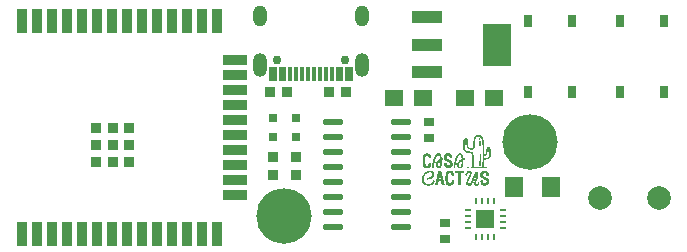
<source format=gts>
G04 #@! TF.GenerationSoftware,KiCad,Pcbnew,8.0.7-8.0.7-0~ubuntu22.04.1*
G04 #@! TF.CreationDate,2024-12-31T16:15:11+01:00*
G04 #@! TF.ProjectId,kicad_makespace_tutorial,6b696361-645f-46d6-916b-657370616365,rev?*
G04 #@! TF.SameCoordinates,Original*
G04 #@! TF.FileFunction,Soldermask,Top*
G04 #@! TF.FilePolarity,Negative*
%FSLAX46Y46*%
G04 Gerber Fmt 4.6, Leading zero omitted, Abs format (unit mm)*
G04 Created by KiCad (PCBNEW 8.0.7-8.0.7-0~ubuntu22.04.1) date 2024-12-31 16:15:11*
%MOMM*%
%LPD*%
G01*
G04 APERTURE LIST*
%ADD10C,0.000000*%
%ADD11C,2.000000*%
%ADD12R,0.860000X0.810000*%
%ADD13C,4.700000*%
%ADD14R,0.750000X1.000000*%
%ADD15R,0.950000X2.100000*%
%ADD16R,2.100000X0.950000*%
%ADD17R,0.900000X0.900000*%
%ADD18R,0.900000X0.800000*%
%ADD19R,1.490000X1.730000*%
%ADD20R,0.810000X0.860000*%
%ADD21R,0.800000X0.800000*%
%ADD22R,1.500000X1.360000*%
%ADD23R,2.500000X1.100000*%
%ADD24R,2.340000X3.600000*%
%ADD25C,0.750000*%
%ADD26O,1.200000X2.000000*%
%ADD27O,1.200000X1.800000*%
%ADD28R,0.300000X1.300000*%
%ADD29O,1.750000X0.560000*%
%ADD30R,0.600000X0.250000*%
%ADD31R,0.250000X0.600000*%
%ADD32R,1.500000X1.500000*%
G04 APERTURE END LIST*
D10*
G04 #@! TO.C,G\u002A\u002A\u002A*
G36*
X45582384Y-14324971D02*
G01*
X45603902Y-14325525D01*
X45618439Y-14326998D01*
X45628433Y-14329837D01*
X45636319Y-14334491D01*
X45644536Y-14341410D01*
X45645400Y-14342182D01*
X45657852Y-14355224D01*
X45663466Y-14368386D01*
X45664759Y-14387126D01*
X45663417Y-14406108D01*
X45657713Y-14419222D01*
X45645400Y-14432069D01*
X45637030Y-14439221D01*
X45629215Y-14444066D01*
X45619520Y-14447055D01*
X45605506Y-14448635D01*
X45584738Y-14449256D01*
X45554777Y-14449366D01*
X45551447Y-14449366D01*
X45476852Y-14449366D01*
X45456698Y-14429212D01*
X45443008Y-14412816D01*
X45437229Y-14397160D01*
X45436544Y-14387126D01*
X45439031Y-14369741D01*
X45448106Y-14354376D01*
X45456698Y-14345039D01*
X45476852Y-14324885D01*
X45551447Y-14324885D01*
X45582384Y-14324971D01*
G37*
G36*
X46546198Y-11894416D02*
G01*
X46563945Y-11903669D01*
X46577243Y-11920476D01*
X46586783Y-11945969D01*
X46593262Y-11981282D01*
X46596199Y-12010530D01*
X46597558Y-12040767D01*
X46595430Y-12062186D01*
X46588874Y-12077546D01*
X46576945Y-12089609D01*
X46566866Y-12096382D01*
X46551857Y-12104232D01*
X46538497Y-12106615D01*
X46520715Y-12104455D01*
X46517596Y-12103856D01*
X46498469Y-12094540D01*
X46484394Y-12074935D01*
X46475207Y-12044781D01*
X46473282Y-12032927D01*
X46468352Y-11996620D01*
X46465005Y-11970108D01*
X46463328Y-11951427D01*
X46463408Y-11938611D01*
X46465330Y-11929695D01*
X46469180Y-11922715D01*
X46475044Y-11915705D01*
X46478590Y-11911764D01*
X46492239Y-11898649D01*
X46505635Y-11892835D01*
X46523305Y-11891583D01*
X46546198Y-11894416D01*
G37*
G36*
X46557475Y-12156270D02*
G01*
X46579697Y-12161240D01*
X46586004Y-12163994D01*
X46596042Y-12169973D01*
X46604155Y-12177303D01*
X46610581Y-12187267D01*
X46615561Y-12201147D01*
X46619333Y-12220224D01*
X46622136Y-12245780D01*
X46624210Y-12279096D01*
X46625793Y-12321456D01*
X46627126Y-12374139D01*
X46627376Y-12385680D01*
X46628390Y-12439266D01*
X46628837Y-12482266D01*
X46628609Y-12515942D01*
X46627602Y-12541553D01*
X46625709Y-12560362D01*
X46622825Y-12573628D01*
X46618843Y-12582612D01*
X46613657Y-12588576D01*
X46610106Y-12591117D01*
X46591065Y-12598220D01*
X46567518Y-12601023D01*
X46547497Y-12598996D01*
X46530421Y-12591417D01*
X46517859Y-12581633D01*
X46514435Y-12577050D01*
X46511706Y-12570778D01*
X46509549Y-12561404D01*
X46507842Y-12547515D01*
X46506462Y-12527700D01*
X46505286Y-12500547D01*
X46504193Y-12464643D01*
X46503061Y-12418576D01*
X46502822Y-12408159D01*
X46501683Y-12364425D01*
X46500351Y-12323528D01*
X46498905Y-12287288D01*
X46497425Y-12257521D01*
X46495992Y-12236045D01*
X46494734Y-12224915D01*
X46493951Y-12201315D01*
X46499932Y-12179695D01*
X46511351Y-12164070D01*
X46515801Y-12161065D01*
X46534241Y-12156131D01*
X46557475Y-12156270D01*
G37*
G36*
X46598409Y-13290309D02*
G01*
X46620063Y-13296713D01*
X46637866Y-13307502D01*
X46645417Y-13316496D01*
X46647089Y-13325472D01*
X46648538Y-13344660D01*
X46649751Y-13372416D01*
X46650717Y-13407099D01*
X46651422Y-13447066D01*
X46651853Y-13490675D01*
X46651999Y-13536283D01*
X46651846Y-13582249D01*
X46651381Y-13626930D01*
X46650593Y-13668684D01*
X46649467Y-13705868D01*
X46648581Y-13726192D01*
X46646943Y-13757113D01*
X46644845Y-13794436D01*
X46642405Y-13836244D01*
X46639743Y-13880624D01*
X46636979Y-13925659D01*
X46634233Y-13969433D01*
X46631623Y-14010030D01*
X46629269Y-14045537D01*
X46627292Y-14074035D01*
X46625810Y-14093611D01*
X46625274Y-14099635D01*
X46623434Y-14118947D01*
X46621098Y-14144745D01*
X46618746Y-14171700D01*
X46618573Y-14173730D01*
X46614255Y-14208096D01*
X46607472Y-14232699D01*
X46597308Y-14249529D01*
X46582846Y-14260578D01*
X46577414Y-14263112D01*
X46550646Y-14270577D01*
X46527461Y-14268238D01*
X46515415Y-14262935D01*
X46506342Y-14256997D01*
X46499657Y-14249570D01*
X46495185Y-14239091D01*
X46492754Y-14223999D01*
X46492191Y-14202732D01*
X46493323Y-14173728D01*
X46495977Y-14135427D01*
X46498209Y-14107568D01*
X46509769Y-13952916D01*
X46518245Y-13806751D01*
X46523772Y-13666149D01*
X46526487Y-13528189D01*
X46526728Y-13496544D01*
X46527090Y-13454314D01*
X46527676Y-13415642D01*
X46528440Y-13382219D01*
X46529337Y-13355736D01*
X46530319Y-13337883D01*
X46531247Y-13330570D01*
X46543599Y-13310630D01*
X46562700Y-13295577D01*
X46577607Y-13290120D01*
X46598409Y-13290309D01*
G37*
G36*
X44738703Y-14693519D02*
G01*
X44818989Y-14693723D01*
X44850366Y-14693839D01*
X45237968Y-14695364D01*
X45239587Y-14793170D01*
X45241206Y-14890976D01*
X45121034Y-14890344D01*
X45083691Y-14890383D01*
X45049751Y-14890862D01*
X45021241Y-14891717D01*
X45000190Y-14892884D01*
X44988623Y-14894298D01*
X44987755Y-14894555D01*
X44976084Y-14904428D01*
X44969443Y-14918899D01*
X44968659Y-14927812D01*
X44967981Y-14947689D01*
X44967415Y-14977640D01*
X44966964Y-15016772D01*
X44966633Y-15064196D01*
X44966425Y-15119020D01*
X44966345Y-15180354D01*
X44966397Y-15247306D01*
X44966585Y-15318985D01*
X44966913Y-15394502D01*
X44967082Y-15425038D01*
X44967585Y-15512304D01*
X44967998Y-15588473D01*
X44968308Y-15654304D01*
X44968502Y-15710554D01*
X44968568Y-15757984D01*
X44968491Y-15797350D01*
X44968260Y-15829411D01*
X44967861Y-15854926D01*
X44967282Y-15874653D01*
X44966509Y-15889350D01*
X44965529Y-15899776D01*
X44964330Y-15906689D01*
X44962898Y-15910847D01*
X44961220Y-15913010D01*
X44959284Y-15913935D01*
X44958718Y-15914070D01*
X44949377Y-15914751D01*
X44930306Y-15915178D01*
X44903626Y-15915336D01*
X44871461Y-15915213D01*
X44839333Y-15914845D01*
X44800932Y-15913965D01*
X44769588Y-15912624D01*
X44746604Y-15910910D01*
X44733285Y-15908913D01*
X44730412Y-15907435D01*
X44728303Y-15896175D01*
X44728189Y-15895714D01*
X44727953Y-15889005D01*
X44727710Y-15871330D01*
X44727465Y-15843578D01*
X44727223Y-15806637D01*
X44726986Y-15761397D01*
X44726759Y-15708746D01*
X44726547Y-15649574D01*
X44726352Y-15584769D01*
X44726179Y-15515221D01*
X44726032Y-15441818D01*
X44725967Y-15401888D01*
X44725805Y-15312613D01*
X44725602Y-15234470D01*
X44725342Y-15166734D01*
X44725014Y-15108680D01*
X44724603Y-15059585D01*
X44724097Y-15018723D01*
X44723482Y-14985372D01*
X44722745Y-14958805D01*
X44721873Y-14938301D01*
X44720852Y-14923133D01*
X44719669Y-14912578D01*
X44718311Y-14905912D01*
X44716819Y-14902483D01*
X44713221Y-14898606D01*
X44707787Y-14895667D01*
X44698916Y-14893504D01*
X44685008Y-14891956D01*
X44664464Y-14890860D01*
X44635682Y-14890056D01*
X44597061Y-14889382D01*
X44585191Y-14889208D01*
X44540759Y-14888265D01*
X44504417Y-14886859D01*
X44477164Y-14885053D01*
X44460000Y-14882907D01*
X44454298Y-14881073D01*
X44450922Y-14872437D01*
X44448432Y-14854653D01*
X44446822Y-14830395D01*
X44446086Y-14802338D01*
X44446218Y-14773156D01*
X44447214Y-14745522D01*
X44449066Y-14722112D01*
X44451768Y-14705598D01*
X44454695Y-14699010D01*
X44460175Y-14697568D01*
X44473201Y-14696356D01*
X44494289Y-14695366D01*
X44523955Y-14694592D01*
X44562714Y-14694027D01*
X44611081Y-14693664D01*
X44669572Y-14693497D01*
X44738703Y-14693519D01*
G37*
G36*
X42114628Y-13202646D02*
G01*
X42152635Y-13205603D01*
X42183621Y-13210728D01*
X42191153Y-13212729D01*
X42250953Y-13236455D01*
X42304207Y-13269334D01*
X42349992Y-13310440D01*
X42387389Y-13358845D01*
X42415474Y-13413623D01*
X42427957Y-13450929D01*
X42432023Y-13470996D01*
X42435906Y-13499079D01*
X42439147Y-13531343D01*
X42441181Y-13561700D01*
X42444869Y-13637277D01*
X42328856Y-13637277D01*
X42212844Y-13637277D01*
X42209089Y-13597266D01*
X42201341Y-13541068D01*
X42189418Y-13495389D01*
X42172931Y-13459517D01*
X42151492Y-13432736D01*
X42124713Y-13414333D01*
X42105663Y-13406937D01*
X42067622Y-13400993D01*
X42032388Y-13406120D01*
X42001113Y-13421651D01*
X41974946Y-13446918D01*
X41955040Y-13481254D01*
X41948948Y-13497823D01*
X41943403Y-13517844D01*
X41938854Y-13540250D01*
X41935214Y-13566330D01*
X41932402Y-13597369D01*
X41930331Y-13634654D01*
X41928918Y-13679471D01*
X41928079Y-13733109D01*
X41927729Y-13796853D01*
X41927707Y-13822123D01*
X41927894Y-13887740D01*
X41928514Y-13942883D01*
X41929669Y-13988925D01*
X41931458Y-14027244D01*
X41933985Y-14059213D01*
X41937349Y-14086209D01*
X41941652Y-14109607D01*
X41946996Y-14130783D01*
X41951489Y-14145259D01*
X41965327Y-14180461D01*
X41980918Y-14206187D01*
X41999983Y-14224818D01*
X42016335Y-14234921D01*
X42034927Y-14243054D01*
X42052741Y-14246508D01*
X42075526Y-14246288D01*
X42079738Y-14245999D01*
X42105071Y-14242339D01*
X42127320Y-14235966D01*
X42136030Y-14231909D01*
X42161138Y-14210406D01*
X42180778Y-14178480D01*
X42194896Y-14136257D01*
X42203436Y-14083859D01*
X42204121Y-14076456D01*
X42206587Y-14052264D01*
X42210393Y-14034878D01*
X42217315Y-14023180D01*
X42229130Y-14016049D01*
X42247615Y-14012367D01*
X42274545Y-14011013D01*
X42308224Y-14010861D01*
X42354737Y-14011692D01*
X42390306Y-14014076D01*
X42415756Y-14018130D01*
X42431914Y-14023974D01*
X42438396Y-14029556D01*
X42440786Y-14039608D01*
X42441626Y-14058648D01*
X42441091Y-14083938D01*
X42439355Y-14112737D01*
X42436593Y-14142304D01*
X42432979Y-14169899D01*
X42428687Y-14192783D01*
X42427778Y-14196494D01*
X42406997Y-14254711D01*
X42376857Y-14306374D01*
X42338202Y-14350968D01*
X42291875Y-14387980D01*
X42238718Y-14416894D01*
X42179576Y-14437196D01*
X42115291Y-14448371D01*
X42046706Y-14449904D01*
X42016479Y-14447513D01*
X41951452Y-14434965D01*
X41892215Y-14412484D01*
X41839507Y-14380714D01*
X41794067Y-14340302D01*
X41756633Y-14291892D01*
X41727943Y-14236130D01*
X41710084Y-14179658D01*
X41707705Y-14167773D01*
X41705710Y-14153546D01*
X41704058Y-14135835D01*
X41702708Y-14113502D01*
X41701619Y-14085405D01*
X41700749Y-14050406D01*
X41700059Y-14007364D01*
X41699507Y-13955139D01*
X41699053Y-13892591D01*
X41698911Y-13868456D01*
X41698589Y-13788701D01*
X41698608Y-13719800D01*
X41699017Y-13660756D01*
X41699864Y-13610572D01*
X41701197Y-13568251D01*
X41703063Y-13532795D01*
X41705510Y-13503207D01*
X41708586Y-13478490D01*
X41712340Y-13457646D01*
X41716818Y-13439678D01*
X41719986Y-13429525D01*
X41744379Y-13375206D01*
X41778633Y-13326452D01*
X41821697Y-13284202D01*
X41872517Y-13249395D01*
X41930040Y-13222970D01*
X41963367Y-13212556D01*
X41993969Y-13206812D01*
X42031746Y-13203248D01*
X42073149Y-13201860D01*
X42114628Y-13202646D01*
G37*
G36*
X44088080Y-14673654D02*
G01*
X44152962Y-14687767D01*
X44211073Y-14710990D01*
X44261969Y-14743077D01*
X44305204Y-14783783D01*
X44340336Y-14832863D01*
X44351292Y-14853301D01*
X44370855Y-14899068D01*
X44383834Y-14945027D01*
X44391012Y-14994854D01*
X44393174Y-15049541D01*
X44393277Y-15113263D01*
X44277502Y-15113263D01*
X44235109Y-15113069D01*
X44203396Y-15112438D01*
X44181195Y-15111297D01*
X44167335Y-15109571D01*
X44160648Y-15107188D01*
X44159659Y-15105854D01*
X44157984Y-15096874D01*
X44155309Y-15079352D01*
X44152115Y-15056511D01*
X44150924Y-15047546D01*
X44142387Y-14997080D01*
X44130919Y-14957078D01*
X44115685Y-14926339D01*
X44095850Y-14903658D01*
X44070579Y-14887833D01*
X44039036Y-14877660D01*
X44032028Y-14876221D01*
X43994898Y-14874730D01*
X43960791Y-14884007D01*
X43931481Y-14903032D01*
X43908739Y-14930784D01*
X43898241Y-14953239D01*
X43891661Y-14972503D01*
X43886207Y-14990795D01*
X43881772Y-15009444D01*
X43878253Y-15029778D01*
X43875544Y-15053124D01*
X43873542Y-15080809D01*
X43872142Y-15114163D01*
X43871239Y-15154511D01*
X43870728Y-15203183D01*
X43870506Y-15261506D01*
X43870466Y-15305912D01*
X43870555Y-15373799D01*
X43870930Y-15431067D01*
X43871708Y-15478952D01*
X43873006Y-15518690D01*
X43874941Y-15551516D01*
X43877629Y-15578667D01*
X43881187Y-15601377D01*
X43885732Y-15620882D01*
X43891381Y-15638418D01*
X43898250Y-15655220D01*
X43904790Y-15669143D01*
X43925833Y-15699736D01*
X43954128Y-15721377D01*
X43988689Y-15733640D01*
X44028527Y-15736097D01*
X44052516Y-15733080D01*
X44077009Y-15723175D01*
X44100551Y-15704303D01*
X44120315Y-15679199D01*
X44131433Y-15656665D01*
X44136684Y-15641563D01*
X44140818Y-15626814D01*
X44144380Y-15609640D01*
X44147913Y-15587265D01*
X44151963Y-15556913D01*
X44153712Y-15543018D01*
X44157013Y-15524312D01*
X44161251Y-15510065D01*
X44163443Y-15505971D01*
X44169712Y-15502982D01*
X44183673Y-15500827D01*
X44206444Y-15499427D01*
X44239141Y-15498705D01*
X44269291Y-15498561D01*
X44305996Y-15498638D01*
X44332725Y-15499015D01*
X44351361Y-15499910D01*
X44363782Y-15501541D01*
X44371870Y-15504126D01*
X44377505Y-15507883D01*
X44381191Y-15511534D01*
X44388768Y-15523211D01*
X44392697Y-15539826D01*
X44393878Y-15560437D01*
X44391820Y-15625265D01*
X44382864Y-15681878D01*
X44366321Y-15732158D01*
X44341503Y-15777987D01*
X44307721Y-15821248D01*
X44292744Y-15837049D01*
X44246415Y-15877151D01*
X44196594Y-15906797D01*
X44140889Y-15927278D01*
X44113445Y-15933811D01*
X44072807Y-15939591D01*
X44026394Y-15942171D01*
X43978987Y-15941550D01*
X43935365Y-15937723D01*
X43913137Y-15933917D01*
X43854145Y-15915571D01*
X43799549Y-15887388D01*
X43750927Y-15850570D01*
X43709862Y-15806316D01*
X43677933Y-15755826D01*
X43677524Y-15755012D01*
X43665531Y-15728961D01*
X43656155Y-15703044D01*
X43648921Y-15674932D01*
X43643354Y-15642298D01*
X43638977Y-15602813D01*
X43635313Y-15554148D01*
X43634800Y-15545982D01*
X43633385Y-15514173D01*
X43632387Y-15473005D01*
X43631785Y-15424494D01*
X43631561Y-15370653D01*
X43631695Y-15313498D01*
X43632168Y-15255041D01*
X43632961Y-15197297D01*
X43634055Y-15142280D01*
X43635429Y-15092005D01*
X43637066Y-15048485D01*
X43638945Y-15013736D01*
X43640035Y-14999541D01*
X43650322Y-14931866D01*
X43668599Y-14872679D01*
X43695263Y-14821364D01*
X43730710Y-14777304D01*
X43775337Y-14739883D01*
X43826421Y-14710008D01*
X43875623Y-14689409D01*
X43925836Y-14676295D01*
X43980737Y-14669870D01*
X44016871Y-14668895D01*
X44088080Y-14673654D01*
G37*
G36*
X42407737Y-14672888D02*
G01*
X42465112Y-14688136D01*
X42515190Y-14711106D01*
X42559226Y-14742325D01*
X42584950Y-14767019D01*
X42622158Y-14814982D01*
X42648993Y-14867388D01*
X42665502Y-14923035D01*
X42671734Y-14980717D01*
X42667739Y-15039233D01*
X42653566Y-15097376D01*
X42629264Y-15153944D01*
X42594881Y-15207732D01*
X42565604Y-15242280D01*
X42512329Y-15290138D01*
X42449729Y-15330771D01*
X42377914Y-15364136D01*
X42296992Y-15390191D01*
X42207071Y-15408891D01*
X42121503Y-15419153D01*
X42075564Y-15423000D01*
X42075564Y-15364107D01*
X42075964Y-15334942D01*
X42078186Y-15313006D01*
X42083759Y-15296868D01*
X42094214Y-15285096D01*
X42111080Y-15276258D01*
X42135889Y-15268923D01*
X42170170Y-15261660D01*
X42188924Y-15258066D01*
X42253922Y-15242769D01*
X42310099Y-15222624D01*
X42359957Y-15196300D01*
X42405996Y-15162463D01*
X42450718Y-15119780D01*
X42452972Y-15117381D01*
X42483218Y-15078651D01*
X42501713Y-15039448D01*
X42508561Y-14999297D01*
X42503867Y-14957726D01*
X42494395Y-14929035D01*
X42472574Y-14887564D01*
X42444880Y-14855664D01*
X42410768Y-14833059D01*
X42369691Y-14819476D01*
X42321102Y-14814639D01*
X42272498Y-14817308D01*
X42241581Y-14821666D01*
X42208380Y-14827748D01*
X42179617Y-14834310D01*
X42177279Y-14834935D01*
X42108947Y-14859575D01*
X42044554Y-14894831D01*
X41984920Y-14939879D01*
X41930862Y-14993898D01*
X41883201Y-15056065D01*
X41842755Y-15125558D01*
X41810344Y-15201554D01*
X41809406Y-15204206D01*
X41801082Y-15228394D01*
X41795287Y-15247633D01*
X41791563Y-15265082D01*
X41789454Y-15283899D01*
X41788503Y-15307241D01*
X41788251Y-15338266D01*
X41788243Y-15350370D01*
X41788365Y-15384505D01*
X41789039Y-15409951D01*
X41790726Y-15429874D01*
X41793886Y-15447440D01*
X41798981Y-15465816D01*
X41806472Y-15488167D01*
X41809618Y-15497153D01*
X41839335Y-15567925D01*
X41875500Y-15629920D01*
X41917694Y-15682668D01*
X41965500Y-15725701D01*
X42018498Y-15758547D01*
X42056639Y-15774599D01*
X42122382Y-15791730D01*
X42189559Y-15798479D01*
X42256496Y-15795138D01*
X42321520Y-15782000D01*
X42382957Y-15759357D01*
X42439134Y-15727501D01*
X42472043Y-15701988D01*
X42510383Y-15662973D01*
X42546615Y-15615695D01*
X42578091Y-15563731D01*
X42586331Y-15547516D01*
X42597239Y-15525699D01*
X42606587Y-15508237D01*
X42612974Y-15497696D01*
X42614583Y-15495843D01*
X42621798Y-15496331D01*
X42637739Y-15499858D01*
X42659855Y-15505803D01*
X42679305Y-15511581D01*
X42708202Y-15520785D01*
X42727004Y-15528746D01*
X42736927Y-15537782D01*
X42739183Y-15550212D01*
X42734986Y-15568352D01*
X42725552Y-15594522D01*
X42724377Y-15597641D01*
X42694141Y-15661771D01*
X42653745Y-15722236D01*
X42604627Y-15777834D01*
X42548222Y-15827363D01*
X42485970Y-15869619D01*
X42419305Y-15903402D01*
X42349666Y-15927509D01*
X42322364Y-15933957D01*
X42274981Y-15941191D01*
X42222426Y-15945090D01*
X42169633Y-15945504D01*
X42121534Y-15942286D01*
X42107823Y-15940446D01*
X42028215Y-15922286D01*
X41953265Y-15893540D01*
X41883807Y-15854843D01*
X41820675Y-15806831D01*
X41764704Y-15750139D01*
X41716726Y-15685403D01*
X41677577Y-15613259D01*
X41677141Y-15612299D01*
X41651988Y-15543767D01*
X41635302Y-15469240D01*
X41627186Y-15391127D01*
X41627748Y-15311839D01*
X41637092Y-15233787D01*
X41655325Y-15159380D01*
X41657075Y-15153947D01*
X41688315Y-15076094D01*
X41728960Y-15002703D01*
X41777974Y-14934514D01*
X41834319Y-14872269D01*
X41896959Y-14816708D01*
X41964857Y-14768572D01*
X42036976Y-14728602D01*
X42112278Y-14697538D01*
X42189727Y-14676122D01*
X42268285Y-14665094D01*
X42341814Y-14664835D01*
X42407737Y-14672888D01*
G37*
G36*
X43179831Y-14692442D02*
G01*
X43209475Y-14692697D01*
X43230750Y-14693353D01*
X43245399Y-14694600D01*
X43255168Y-14696629D01*
X43261798Y-14699629D01*
X43267033Y-14703791D01*
X43269844Y-14706538D01*
X43280405Y-14721396D01*
X43289267Y-14740960D01*
X43291002Y-14746549D01*
X43293071Y-14754777D01*
X43297695Y-14773563D01*
X43304642Y-14801944D01*
X43313678Y-14838956D01*
X43324568Y-14883636D01*
X43337078Y-14935020D01*
X43350975Y-14992144D01*
X43366025Y-15054045D01*
X43381994Y-15119759D01*
X43398648Y-15188323D01*
X43415754Y-15258772D01*
X43433077Y-15330142D01*
X43450383Y-15401472D01*
X43467439Y-15471795D01*
X43484010Y-15540150D01*
X43499864Y-15605572D01*
X43514765Y-15667098D01*
X43528481Y-15723763D01*
X43540777Y-15774605D01*
X43551419Y-15818660D01*
X43560174Y-15854963D01*
X43566808Y-15882552D01*
X43571086Y-15900462D01*
X43572408Y-15906087D01*
X43575486Y-15919424D01*
X43460703Y-15919424D01*
X43420748Y-15919338D01*
X43390959Y-15918978D01*
X43369648Y-15918194D01*
X43355127Y-15916835D01*
X43345707Y-15914752D01*
X43339699Y-15911794D01*
X43335856Y-15908304D01*
X43330687Y-15897614D01*
X43324087Y-15875588D01*
X43316162Y-15842647D01*
X43307019Y-15799209D01*
X43302548Y-15776414D01*
X43292765Y-15725652D01*
X43284899Y-15685265D01*
X43278626Y-15653984D01*
X43273621Y-15630544D01*
X43269560Y-15613678D01*
X43266120Y-15602117D01*
X43262974Y-15594596D01*
X43259800Y-15589846D01*
X43256272Y-15586602D01*
X43253433Y-15584557D01*
X43245548Y-15580892D01*
X43232877Y-15578323D01*
X43213620Y-15576693D01*
X43185979Y-15575845D01*
X43151433Y-15575621D01*
X43112436Y-15575876D01*
X43083570Y-15577108D01*
X43063118Y-15580013D01*
X43049359Y-15585286D01*
X43040573Y-15593626D01*
X43035041Y-15605728D01*
X43031043Y-15622289D01*
X43030592Y-15624573D01*
X43027626Y-15639828D01*
X43022860Y-15664431D01*
X43016739Y-15696088D01*
X43009705Y-15732504D01*
X43002203Y-15771386D01*
X43000518Y-15780125D01*
X42991342Y-15826262D01*
X42983659Y-15861562D01*
X42977237Y-15886916D01*
X42971848Y-15903218D01*
X42967261Y-15911358D01*
X42966517Y-15912015D01*
X42958493Y-15914874D01*
X42942536Y-15916986D01*
X42917647Y-15918408D01*
X42882827Y-15919201D01*
X42841420Y-15919424D01*
X42726321Y-15919424D01*
X42730437Y-15903123D01*
X42732495Y-15894734D01*
X42737105Y-15875799D01*
X42744028Y-15847293D01*
X42753029Y-15810194D01*
X42763870Y-15765479D01*
X42776315Y-15714123D01*
X42790127Y-15657103D01*
X42805069Y-15595397D01*
X42820905Y-15529979D01*
X42831378Y-15486706D01*
X42848152Y-15417390D01*
X42858633Y-15374080D01*
X43079259Y-15374080D01*
X43151289Y-15374080D01*
X43223319Y-15374080D01*
X43190593Y-15202094D01*
X43181021Y-15152925D01*
X43172393Y-15110863D01*
X43164922Y-15076834D01*
X43158820Y-15051767D01*
X43154299Y-15036589D01*
X43151686Y-15032166D01*
X43147906Y-15038531D01*
X43142973Y-15053847D01*
X43137705Y-15075375D01*
X43135303Y-15087081D01*
X43130854Y-15110046D01*
X43124699Y-15141691D01*
X43117413Y-15179065D01*
X43109573Y-15219215D01*
X43102180Y-15257009D01*
X43079259Y-15374080D01*
X42858633Y-15374080D01*
X42864555Y-15349610D01*
X42880302Y-15284544D01*
X42895108Y-15223371D01*
X42908687Y-15167269D01*
X42920753Y-15117418D01*
X42931023Y-15074995D01*
X42939209Y-15041180D01*
X42945028Y-15017151D01*
X42946874Y-15009529D01*
X42955168Y-14975264D01*
X42965155Y-14933941D01*
X42975757Y-14890031D01*
X42985893Y-14848003D01*
X42989108Y-14834664D01*
X42997383Y-14800443D01*
X43005129Y-14768646D01*
X43011737Y-14741758D01*
X43016597Y-14722264D01*
X43018558Y-14714629D01*
X43024446Y-14692400D01*
X43140076Y-14692400D01*
X43179831Y-14692442D01*
G37*
G36*
X43931390Y-13200042D02*
G01*
X44002193Y-13217288D01*
X44059416Y-13240021D01*
X44101744Y-13263828D01*
X44136953Y-13292872D01*
X44165554Y-13328127D01*
X44188054Y-13370568D01*
X44204963Y-13421169D01*
X44216789Y-13480903D01*
X44224041Y-13550745D01*
X44224384Y-13555945D01*
X44225948Y-13587905D01*
X44225793Y-13609762D01*
X44223848Y-13623155D01*
X44221231Y-13628559D01*
X44216238Y-13631935D01*
X44206636Y-13634353D01*
X44190778Y-13635953D01*
X44167020Y-13636872D01*
X44133716Y-13637248D01*
X44117345Y-13637277D01*
X44081469Y-13637225D01*
X44055549Y-13636896D01*
X44037684Y-13636036D01*
X44025976Y-13634387D01*
X44018526Y-13631694D01*
X44013433Y-13627701D01*
X44009231Y-13622704D01*
X44001029Y-13605594D01*
X43994227Y-13577060D01*
X43991042Y-13556026D01*
X43981067Y-13505783D01*
X43965296Y-13465718D01*
X43943496Y-13435541D01*
X43915435Y-13414961D01*
X43880879Y-13403686D01*
X43867496Y-13401911D01*
X43827285Y-13402403D01*
X43794273Y-13412111D01*
X43767770Y-13431403D01*
X43747084Y-13460646D01*
X43743514Y-13467872D01*
X43731397Y-13506882D01*
X43730552Y-13546177D01*
X43740804Y-13583899D01*
X43756955Y-13611797D01*
X43770973Y-13625327D01*
X43795684Y-13642757D01*
X43830672Y-13663846D01*
X43875524Y-13688352D01*
X43929824Y-13716033D01*
X43966486Y-13733930D01*
X43999453Y-13750359D01*
X44032969Y-13768030D01*
X44063482Y-13785011D01*
X44087439Y-13799370D01*
X44090967Y-13801648D01*
X44144659Y-13843224D01*
X44188203Y-13890432D01*
X44221332Y-13942643D01*
X44243779Y-13999230D01*
X44255276Y-14059565D01*
X44255559Y-14123018D01*
X44248262Y-14172218D01*
X44237450Y-14208272D01*
X44220339Y-14248160D01*
X44199148Y-14287470D01*
X44176099Y-14321789D01*
X44167879Y-14331951D01*
X44142333Y-14356846D01*
X44109430Y-14381970D01*
X44073276Y-14404543D01*
X44037981Y-14421786D01*
X44031196Y-14424421D01*
X43986404Y-14436980D01*
X43934810Y-14445046D01*
X43880692Y-14448343D01*
X43828328Y-14446596D01*
X43785351Y-14440289D01*
X43722698Y-14421383D01*
X43668387Y-14394085D01*
X43622497Y-14358505D01*
X43585109Y-14314754D01*
X43556303Y-14262942D01*
X43536160Y-14203180D01*
X43524760Y-14135579D01*
X43521990Y-14077614D01*
X43522257Y-14051243D01*
X43523442Y-14034270D01*
X43525985Y-14024249D01*
X43530326Y-14018732D01*
X43532860Y-14017133D01*
X43542427Y-14015105D01*
X43561474Y-14013429D01*
X43587630Y-14012231D01*
X43618523Y-14011643D01*
X43634248Y-14011614D01*
X43672707Y-14011903D01*
X43700993Y-14013090D01*
X43720793Y-14016157D01*
X43733788Y-14022085D01*
X43741663Y-14031857D01*
X43746101Y-14046452D01*
X43748786Y-14066853D01*
X43749952Y-14079056D01*
X43758269Y-14130610D01*
X43772587Y-14172655D01*
X43792754Y-14204883D01*
X43818618Y-14226983D01*
X43823685Y-14229769D01*
X43862123Y-14243517D01*
X43899879Y-14246308D01*
X43935381Y-14239003D01*
X43967052Y-14222467D01*
X43993320Y-14197563D01*
X44012610Y-14165153D01*
X44023348Y-14126103D01*
X44024111Y-14119851D01*
X44025045Y-14098386D01*
X44021838Y-14080320D01*
X44013284Y-14059465D01*
X44011719Y-14056231D01*
X44001652Y-14039012D01*
X43988135Y-14022572D01*
X43969867Y-14005928D01*
X43945549Y-13988100D01*
X43913880Y-13968106D01*
X43873562Y-13944963D01*
X43840331Y-13926814D01*
X43805939Y-13908301D01*
X43769771Y-13888839D01*
X43735519Y-13870415D01*
X43706874Y-13855013D01*
X43699741Y-13851180D01*
X43640115Y-13815876D01*
X43591562Y-13779542D01*
X43553301Y-13741082D01*
X43524552Y-13699402D01*
X43504533Y-13653407D01*
X43492463Y-13602001D01*
X43487914Y-13554290D01*
X43489741Y-13487096D01*
X43501430Y-13426479D01*
X43522962Y-13372468D01*
X43554318Y-13325091D01*
X43595479Y-13284376D01*
X43646426Y-13250350D01*
X43707140Y-13223042D01*
X43717900Y-13219250D01*
X43789047Y-13201011D01*
X43860276Y-13194613D01*
X43931390Y-13200042D01*
G37*
G36*
X46997084Y-14668862D02*
G01*
X47065855Y-14680326D01*
X47125151Y-14698691D01*
X47175321Y-14724220D01*
X47216711Y-14757177D01*
X47249671Y-14797823D01*
X47274547Y-14846423D01*
X47288321Y-14889070D01*
X47292353Y-14908795D01*
X47296780Y-14936845D01*
X47301199Y-14969788D01*
X47305204Y-15004193D01*
X47308391Y-15036629D01*
X47310356Y-15063663D01*
X47310768Y-15079590D01*
X47310095Y-15090860D01*
X47307553Y-15099288D01*
X47301633Y-15105286D01*
X47290825Y-15109266D01*
X47273619Y-15111642D01*
X47248506Y-15112824D01*
X47213975Y-15113226D01*
X47187440Y-15113263D01*
X47078504Y-15113263D01*
X47078387Y-15088071D01*
X47075591Y-15043158D01*
X47068111Y-15000115D01*
X47056680Y-14961561D01*
X47042029Y-14930112D01*
X47029312Y-14912702D01*
X47001766Y-14891281D01*
X46967799Y-14877338D01*
X46930856Y-14871774D01*
X46894381Y-14875490D01*
X46890798Y-14876433D01*
X46859161Y-14891013D01*
X46834169Y-14914187D01*
X46816579Y-14944259D01*
X46807150Y-14979532D01*
X46806641Y-15018309D01*
X46813054Y-15050335D01*
X46819148Y-15066490D01*
X46828109Y-15081547D01*
X46841015Y-15096284D01*
X46858947Y-15111477D01*
X46882982Y-15127905D01*
X46914200Y-15146345D01*
X46953680Y-15167575D01*
X47002501Y-15192373D01*
X47026990Y-15204501D01*
X47083013Y-15232564D01*
X47129427Y-15257027D01*
X47167575Y-15278828D01*
X47198799Y-15298908D01*
X47224443Y-15318205D01*
X47245850Y-15337659D01*
X47264362Y-15358210D01*
X47281321Y-15380795D01*
X47283475Y-15383919D01*
X47302968Y-15414100D01*
X47317066Y-15440915D01*
X47326598Y-15467388D01*
X47332396Y-15496542D01*
X47335289Y-15531401D01*
X47336106Y-15574988D01*
X47336107Y-15575621D01*
X47335954Y-15610565D01*
X47335186Y-15636624D01*
X47333437Y-15656764D01*
X47330343Y-15673951D01*
X47325541Y-15691154D01*
X47319854Y-15707972D01*
X47293014Y-15767998D01*
X47257776Y-15819748D01*
X47214445Y-15862938D01*
X47163327Y-15897283D01*
X47104724Y-15922496D01*
X47084432Y-15928591D01*
X47059520Y-15933406D01*
X47026433Y-15937098D01*
X46988810Y-15939518D01*
X46950291Y-15940519D01*
X46914517Y-15939951D01*
X46885126Y-15937664D01*
X46880111Y-15936952D01*
X46815734Y-15921866D01*
X46759385Y-15898180D01*
X46711168Y-15865965D01*
X46671189Y-15825291D01*
X46639552Y-15776229D01*
X46637843Y-15772863D01*
X46619854Y-15731429D01*
X46607090Y-15688280D01*
X46598755Y-15640056D01*
X46594351Y-15588945D01*
X46592686Y-15558928D01*
X46592461Y-15536410D01*
X46595103Y-15520315D01*
X46602042Y-15509569D01*
X46614706Y-15503096D01*
X46634525Y-15499818D01*
X46662927Y-15498662D01*
X46701341Y-15498551D01*
X46714401Y-15498561D01*
X46816746Y-15498561D01*
X46819811Y-15514862D01*
X46822120Y-15529794D01*
X46824826Y-15551015D01*
X46826578Y-15566729D01*
X46835618Y-15620101D01*
X46850606Y-15663260D01*
X46871604Y-15696284D01*
X46898677Y-15719252D01*
X46931887Y-15732242D01*
X46962915Y-15735504D01*
X47005697Y-15730882D01*
X47041463Y-15716808D01*
X47069997Y-15693425D01*
X47091079Y-15660873D01*
X47096034Y-15649033D01*
X47105936Y-15612250D01*
X47106011Y-15579143D01*
X47095790Y-15548041D01*
X47074803Y-15517273D01*
X47052515Y-15494156D01*
X47038626Y-15481931D01*
X47023189Y-15470153D01*
X47004589Y-15457855D01*
X46981209Y-15444070D01*
X46951433Y-15427828D01*
X46913646Y-15408162D01*
X46882573Y-15392351D01*
X46843504Y-15372367D01*
X46805694Y-15352618D01*
X46771167Y-15334192D01*
X46741947Y-15318176D01*
X46720057Y-15305659D01*
X46710990Y-15300091D01*
X46660105Y-15260730D01*
X46619335Y-15215235D01*
X46588789Y-15163831D01*
X46568574Y-15106741D01*
X46558800Y-15044191D01*
X46558852Y-14985819D01*
X46567205Y-14922615D01*
X46583560Y-14867446D01*
X46608409Y-14819170D01*
X46642244Y-14776649D01*
X46654237Y-14764828D01*
X46700909Y-14729001D01*
X46755493Y-14700750D01*
X46816440Y-14680510D01*
X46882202Y-14668714D01*
X46951229Y-14665796D01*
X46997084Y-14668862D01*
G37*
G36*
X43097219Y-13202087D02*
G01*
X43140172Y-13215680D01*
X43179364Y-13239378D01*
X43197941Y-13255835D01*
X43215567Y-13275650D01*
X43231595Y-13298742D01*
X43246641Y-13326524D01*
X43261323Y-13360412D01*
X43276256Y-13401819D01*
X43292059Y-13452160D01*
X43308209Y-13508717D01*
X43318981Y-13545550D01*
X43328534Y-13573807D01*
X43336479Y-13592428D01*
X43341774Y-13599960D01*
X43354187Y-13604303D01*
X43375898Y-13606958D01*
X43397873Y-13607639D01*
X43418275Y-13607715D01*
X43432415Y-13609151D01*
X43441335Y-13613763D01*
X43446076Y-13623365D01*
X43447678Y-13639772D01*
X43447184Y-13664798D01*
X43446009Y-13691537D01*
X43443488Y-13748761D01*
X43416092Y-13752870D01*
X43386698Y-13759783D01*
X43365258Y-13770093D01*
X43353615Y-13782894D01*
X43353250Y-13783768D01*
X43351521Y-13793114D01*
X43349431Y-13812015D01*
X43347187Y-13838185D01*
X43344994Y-13869338D01*
X43343802Y-13889203D01*
X43340835Y-13940337D01*
X43338144Y-13981956D01*
X43335503Y-14016391D01*
X43332686Y-14045971D01*
X43329466Y-14073025D01*
X43325617Y-14099885D01*
X43320913Y-14128879D01*
X43319985Y-14134345D01*
X43303066Y-14213090D01*
X43280900Y-14282220D01*
X43253657Y-14341515D01*
X43221505Y-14390757D01*
X43184614Y-14429725D01*
X43143154Y-14458202D01*
X43097292Y-14475967D01*
X43051324Y-14482663D01*
X43026296Y-14482764D01*
X43002597Y-14481279D01*
X42986748Y-14478809D01*
X42944167Y-14462123D01*
X42906000Y-14434920D01*
X42872899Y-14397927D01*
X42845513Y-14351868D01*
X42824623Y-14297901D01*
X42817690Y-14264780D01*
X42813856Y-14223908D01*
X42813297Y-14191513D01*
X42962164Y-14191513D01*
X42964316Y-14235534D01*
X42971920Y-14270511D01*
X42985555Y-14298202D01*
X43003833Y-14318682D01*
X43025224Y-14332804D01*
X43046772Y-14336175D01*
X43068287Y-14330873D01*
X43088827Y-14317672D01*
X43109184Y-14294897D01*
X43128014Y-14264773D01*
X43143973Y-14229525D01*
X43155714Y-14191378D01*
X43157496Y-14183315D01*
X43163646Y-14150877D01*
X43169884Y-14113458D01*
X43176030Y-14072657D01*
X43181904Y-14030071D01*
X43187324Y-13987299D01*
X43192110Y-13945939D01*
X43196080Y-13907590D01*
X43199055Y-13873849D01*
X43200852Y-13846315D01*
X43201292Y-13826586D01*
X43200194Y-13816260D01*
X43199155Y-13815107D01*
X43188600Y-13818500D01*
X43171443Y-13827606D01*
X43150405Y-13840821D01*
X43128210Y-13856537D01*
X43125672Y-13858459D01*
X43081645Y-13898912D01*
X43042804Y-13948175D01*
X43010297Y-14003913D01*
X42985269Y-14063791D01*
X42968868Y-14125473D01*
X42962239Y-14186624D01*
X42962164Y-14191513D01*
X42813297Y-14191513D01*
X42813080Y-14178966D01*
X42815322Y-14133632D01*
X42820538Y-14091589D01*
X42827304Y-14061105D01*
X42855747Y-13981760D01*
X42893618Y-13907290D01*
X42939995Y-13838843D01*
X42993955Y-13777568D01*
X43054577Y-13724613D01*
X43120938Y-13681125D01*
X43140953Y-13670535D01*
X43161225Y-13659704D01*
X43174771Y-13649625D01*
X43182227Y-13638009D01*
X43184229Y-13622566D01*
X43181414Y-13601009D01*
X43174419Y-13571049D01*
X43171636Y-13560218D01*
X43156412Y-13504008D01*
X43142418Y-13458401D01*
X43129072Y-13422284D01*
X43115791Y-13394542D01*
X43101994Y-13374064D01*
X43087100Y-13359734D01*
X43070526Y-13350441D01*
X43060211Y-13346999D01*
X43036396Y-13343759D01*
X43013664Y-13348083D01*
X42990028Y-13360828D01*
X42963503Y-13382852D01*
X42952701Y-13393380D01*
X42917646Y-13432300D01*
X42885549Y-13476046D01*
X42855538Y-13526153D01*
X42826744Y-13584155D01*
X42798295Y-13651585D01*
X42782354Y-13693590D01*
X42753181Y-13781567D01*
X42726712Y-13878302D01*
X42703525Y-13980892D01*
X42684192Y-14086433D01*
X42669291Y-14192022D01*
X42659396Y-14294754D01*
X42657547Y-14323560D01*
X42655308Y-14360922D01*
X42652656Y-14388064D01*
X42648407Y-14406596D01*
X42641381Y-14418129D01*
X42630394Y-14424272D01*
X42614265Y-14426638D01*
X42591811Y-14426835D01*
X42581845Y-14426683D01*
X42555766Y-14426120D01*
X42536521Y-14424312D01*
X42523157Y-14419694D01*
X42514719Y-14410702D01*
X42510251Y-14395770D01*
X42508800Y-14373335D01*
X42509411Y-14341832D01*
X42510701Y-14310066D01*
X42518957Y-14192232D01*
X42533623Y-14074351D01*
X42554289Y-13957855D01*
X42580542Y-13844173D01*
X42611970Y-13734735D01*
X42648161Y-13630973D01*
X42688702Y-13534316D01*
X42733182Y-13446194D01*
X42781189Y-13368038D01*
X42782812Y-13365669D01*
X42821569Y-13316598D01*
X42864195Y-13275614D01*
X42909601Y-13243005D01*
X42956696Y-13219059D01*
X43004391Y-13204065D01*
X43051596Y-13198312D01*
X43097219Y-13202087D01*
G37*
G36*
X44919374Y-13203673D02*
G01*
X44952250Y-13212877D01*
X44981505Y-13228034D01*
X45007743Y-13249943D01*
X45031571Y-13279401D01*
X45053595Y-13317205D01*
X45074420Y-13364155D01*
X45094651Y-13421048D01*
X45114896Y-13488683D01*
X45122290Y-13515761D01*
X45130399Y-13544124D01*
X45138476Y-13568984D01*
X45145592Y-13587684D01*
X45150821Y-13597568D01*
X45150882Y-13597636D01*
X45164801Y-13605811D01*
X45184391Y-13607460D01*
X45207090Y-13606985D01*
X45230932Y-13607040D01*
X45233522Y-13607089D01*
X45258715Y-13607639D01*
X45258715Y-13678771D01*
X45258553Y-13708982D01*
X45257883Y-13729275D01*
X45256421Y-13741585D01*
X45253888Y-13747849D01*
X45250000Y-13750000D01*
X45248341Y-13750138D01*
X45209823Y-13752272D01*
X45182936Y-13756662D01*
X45167671Y-13763309D01*
X45165453Y-13765610D01*
X45161462Y-13777255D01*
X45158607Y-13798489D01*
X45157180Y-13827079D01*
X45157137Y-13829577D01*
X45156577Y-13856957D01*
X45155794Y-13882783D01*
X45154929Y-13902616D01*
X45154658Y-13906986D01*
X45153557Y-13923477D01*
X45152015Y-13947704D01*
X45150290Y-13975570D01*
X45149481Y-13988912D01*
X45140870Y-14080444D01*
X45126646Y-14164061D01*
X45106999Y-14239219D01*
X45082117Y-14305377D01*
X45052191Y-14361991D01*
X45017411Y-14408522D01*
X44994737Y-14430984D01*
X44958713Y-14455530D01*
X44916469Y-14472867D01*
X44871332Y-14482220D01*
X44826629Y-14482815D01*
X44795939Y-14477208D01*
X44750061Y-14458357D01*
X44710839Y-14430004D01*
X44678573Y-14392652D01*
X44653558Y-14346802D01*
X44636093Y-14292957D01*
X44626476Y-14231622D01*
X44624737Y-14191513D01*
X44776086Y-14191513D01*
X44776229Y-14222515D01*
X44777473Y-14244878D01*
X44780245Y-14261800D01*
X44784973Y-14276479D01*
X44788545Y-14284716D01*
X44805672Y-14311439D01*
X44827147Y-14328622D01*
X44851432Y-14335570D01*
X44876988Y-14331588D01*
X44884687Y-14328152D01*
X44909578Y-14308931D01*
X44931868Y-14278336D01*
X44951569Y-14236332D01*
X44968693Y-14182882D01*
X44983252Y-14117951D01*
X44995258Y-14041504D01*
X45003296Y-13969226D01*
X45007534Y-13923755D01*
X45010684Y-13888687D01*
X45012812Y-13862623D01*
X45013984Y-13844168D01*
X45014264Y-13831923D01*
X45013720Y-13824492D01*
X45012417Y-13820477D01*
X45010419Y-13818483D01*
X45010384Y-13818461D01*
X44999896Y-13818451D01*
X44983214Y-13825991D01*
X44962031Y-13839782D01*
X44938039Y-13858521D01*
X44912930Y-13880907D01*
X44888397Y-13905639D01*
X44870499Y-13926025D01*
X44830853Y-13982280D01*
X44802192Y-14041968D01*
X44784170Y-14106065D01*
X44776439Y-14175542D01*
X44776086Y-14191513D01*
X44624737Y-14191513D01*
X44624573Y-14187722D01*
X44630078Y-14115219D01*
X44646413Y-14042605D01*
X44672667Y-13971396D01*
X44707927Y-13903110D01*
X44751281Y-13839264D01*
X44801817Y-13781374D01*
X44858622Y-13730959D01*
X44920785Y-13689534D01*
X44925849Y-13686716D01*
X44959816Y-13666302D01*
X44982764Y-13648258D01*
X44995188Y-13632134D01*
X44997898Y-13621110D01*
X44996276Y-13609968D01*
X44991866Y-13589996D01*
X44985352Y-13563696D01*
X44977420Y-13533573D01*
X44968752Y-13502131D01*
X44960035Y-13471874D01*
X44951951Y-13445307D01*
X44945186Y-13424933D01*
X44942031Y-13416693D01*
X44927223Y-13390295D01*
X44907833Y-13367715D01*
X44886762Y-13351978D01*
X44875617Y-13347368D01*
X44847028Y-13345458D01*
X44816325Y-13354276D01*
X44784379Y-13373074D01*
X44752062Y-13401106D01*
X44720245Y-13437626D01*
X44689800Y-13481888D01*
X44663732Y-13528841D01*
X44619798Y-13626402D01*
X44580581Y-13733696D01*
X44546396Y-13849445D01*
X44517556Y-13972376D01*
X44494375Y-14101211D01*
X44477166Y-14234677D01*
X44469759Y-14317515D01*
X44466185Y-14359307D01*
X44462507Y-14390640D01*
X44458790Y-14411050D01*
X44455100Y-14420073D01*
X44455056Y-14420111D01*
X44445319Y-14423367D01*
X44427320Y-14425724D01*
X44404627Y-14427059D01*
X44380806Y-14427249D01*
X44359425Y-14426172D01*
X44344769Y-14423902D01*
X44333658Y-14418764D01*
X44326394Y-14409017D01*
X44322345Y-14392666D01*
X44320881Y-14367715D01*
X44320966Y-14348596D01*
X44321769Y-14321394D01*
X44323208Y-14289382D01*
X44325075Y-14255965D01*
X44327166Y-14224546D01*
X44329273Y-14198530D01*
X44331004Y-14182622D01*
X44332850Y-14168248D01*
X44335305Y-14147814D01*
X44336761Y-14135200D01*
X44351995Y-14027936D01*
X44373050Y-13921184D01*
X44399388Y-13816527D01*
X44430473Y-13715550D01*
X44465768Y-13619833D01*
X44504736Y-13530961D01*
X44546840Y-13450516D01*
X44591544Y-13380081D01*
X44594063Y-13376535D01*
X44639489Y-13319054D01*
X44685483Y-13273149D01*
X44732500Y-13238542D01*
X44780994Y-13214953D01*
X44831418Y-13202105D01*
X44882269Y-13199624D01*
X44919374Y-13203673D01*
G37*
G36*
X45690747Y-14665999D02*
G01*
X45732557Y-14679438D01*
X45770015Y-14702169D01*
X45801566Y-14733717D01*
X45822827Y-14767619D01*
X45831764Y-14786529D01*
X45837484Y-14801890D01*
X45840678Y-14817362D01*
X45842038Y-14836604D01*
X45842257Y-14863274D01*
X45842223Y-14870126D01*
X45841585Y-14897023D01*
X45839726Y-14922508D01*
X45836237Y-14947787D01*
X45830711Y-14974066D01*
X45822739Y-15002549D01*
X45811914Y-15034442D01*
X45797826Y-15070952D01*
X45780067Y-15113283D01*
X45758229Y-15162641D01*
X45731905Y-15220232D01*
X45701666Y-15285165D01*
X45682518Y-15326157D01*
X45664040Y-15365919D01*
X45647135Y-15402493D01*
X45632705Y-15433921D01*
X45621653Y-15458246D01*
X45615584Y-15471887D01*
X45600878Y-15508774D01*
X45587386Y-15548354D01*
X45575904Y-15587737D01*
X45567226Y-15624032D01*
X45562148Y-15654351D01*
X45561155Y-15669752D01*
X45565404Y-15706368D01*
X45577005Y-15736831D01*
X45594700Y-15760073D01*
X45617230Y-15775029D01*
X45643338Y-15780634D01*
X45671766Y-15775822D01*
X45681524Y-15771726D01*
X45700903Y-15758798D01*
X45723528Y-15738195D01*
X45746901Y-15712611D01*
X45768522Y-15684742D01*
X45783169Y-15662113D01*
X45789717Y-15649457D01*
X45798798Y-15629592D01*
X45810603Y-15602043D01*
X45825322Y-15566335D01*
X45843144Y-15521996D01*
X45864261Y-15468550D01*
X45888862Y-15405525D01*
X45917137Y-15332444D01*
X45949277Y-15248836D01*
X45958070Y-15225889D01*
X45988707Y-15146729D01*
X46016082Y-15078020D01*
X46040641Y-15018954D01*
X46062835Y-14968725D01*
X46083112Y-14926525D01*
X46101921Y-14891546D01*
X46119710Y-14862980D01*
X46136930Y-14840019D01*
X46154028Y-14821857D01*
X46171454Y-14807685D01*
X46189657Y-14796696D01*
X46199148Y-14792161D01*
X46231268Y-14782689D01*
X46267655Y-14779575D01*
X46305143Y-14782375D01*
X46340572Y-14790646D01*
X46370776Y-14803944D01*
X46390030Y-14818923D01*
X46403607Y-14837201D01*
X46413421Y-14859615D01*
X46419370Y-14886792D01*
X46421354Y-14919357D01*
X46419271Y-14957936D01*
X46413021Y-15003155D01*
X46402502Y-15055639D01*
X46387613Y-15116016D01*
X46368254Y-15184911D01*
X46344322Y-15262950D01*
X46315718Y-15350759D01*
X46293574Y-15416288D01*
X46272992Y-15477225D01*
X46256328Y-15528447D01*
X46243231Y-15571299D01*
X46233353Y-15607127D01*
X46226342Y-15637277D01*
X46221851Y-15663092D01*
X46219527Y-15685920D01*
X46218995Y-15703110D01*
X46222470Y-15736142D01*
X46232315Y-15761990D01*
X46247657Y-15779481D01*
X46267622Y-15787446D01*
X46281652Y-15787133D01*
X46305607Y-15779334D01*
X46327311Y-15763386D01*
X46348097Y-15738033D01*
X46366446Y-15707403D01*
X46382746Y-15679636D01*
X46397292Y-15661466D01*
X46412033Y-15651229D01*
X46428919Y-15647261D01*
X46437115Y-15647063D01*
X46450751Y-15649390D01*
X46469873Y-15655132D01*
X46491278Y-15662997D01*
X46511763Y-15671696D01*
X46528123Y-15679937D01*
X46537155Y-15686429D01*
X46537909Y-15687673D01*
X46536355Y-15695477D01*
X46530393Y-15711431D01*
X46520999Y-15733124D01*
X46510533Y-15755325D01*
X46476523Y-15814710D01*
X46437736Y-15863450D01*
X46394282Y-15901425D01*
X46358447Y-15922890D01*
X46337435Y-15932963D01*
X46321393Y-15939129D01*
X46306189Y-15942197D01*
X46287692Y-15942973D01*
X46261769Y-15942263D01*
X46259629Y-15942181D01*
X46229243Y-15940322D01*
X46206254Y-15936883D01*
X46186223Y-15930951D01*
X46168627Y-15923462D01*
X46134717Y-15904649D01*
X46108620Y-15882794D01*
X46089913Y-15856664D01*
X46078169Y-15825027D01*
X46072961Y-15786651D01*
X46073866Y-15740304D01*
X46080456Y-15684752D01*
X46082255Y-15673427D01*
X46089832Y-15629097D01*
X46097608Y-15588039D01*
X46106068Y-15548452D01*
X46115692Y-15508536D01*
X46126965Y-15466491D01*
X46140369Y-15420517D01*
X46156386Y-15368814D01*
X46175499Y-15309581D01*
X46198191Y-15241019D01*
X46198295Y-15240708D01*
X46214702Y-15191361D01*
X46230025Y-15144904D01*
X46243828Y-15102686D01*
X46255675Y-15066054D01*
X46265130Y-15036359D01*
X46271757Y-15014948D01*
X46275122Y-15003171D01*
X46275355Y-15002140D01*
X46275998Y-14988214D01*
X46274078Y-14971185D01*
X46270436Y-14955099D01*
X46265915Y-14943999D01*
X46262698Y-14941361D01*
X46256042Y-14943815D01*
X46243622Y-14949782D01*
X46242422Y-14950399D01*
X46235313Y-14954972D01*
X46228288Y-14961772D01*
X46220943Y-14971729D01*
X46212871Y-14985774D01*
X46203666Y-15004835D01*
X46192923Y-15029843D01*
X46180236Y-15061728D01*
X46165198Y-15101419D01*
X46147403Y-15149846D01*
X46126446Y-15207939D01*
X46110494Y-15252563D01*
X46081905Y-15332369D01*
X46056631Y-15402004D01*
X46034210Y-15462532D01*
X46014184Y-15515022D01*
X45996090Y-15560539D01*
X45979469Y-15600150D01*
X45963860Y-15634921D01*
X45948803Y-15665918D01*
X45933838Y-15694208D01*
X45918503Y-15720858D01*
X45902340Y-15746934D01*
X45886860Y-15770556D01*
X45842853Y-15829652D01*
X45797665Y-15877158D01*
X45751371Y-15913015D01*
X45704048Y-15937163D01*
X45661596Y-15948682D01*
X45641580Y-15951770D01*
X45626666Y-15953772D01*
X45620301Y-15954253D01*
X45613269Y-15953026D01*
X45598265Y-15950549D01*
X45584736Y-15948356D01*
X45542865Y-15937185D01*
X45502125Y-15918233D01*
X45464783Y-15893211D01*
X45433102Y-15863827D01*
X45409350Y-15831792D01*
X45398300Y-15807658D01*
X45390377Y-15770444D01*
X45389159Y-15726318D01*
X45394732Y-15674973D01*
X45407184Y-15616101D01*
X45426601Y-15549394D01*
X45453068Y-15474543D01*
X45486673Y-15391240D01*
X45527502Y-15299178D01*
X45560670Y-15228853D01*
X45589330Y-15168794D01*
X45613041Y-15117705D01*
X45632433Y-15074094D01*
X45648136Y-15036471D01*
X45660780Y-15003345D01*
X45670995Y-14973224D01*
X45676830Y-14953852D01*
X45686145Y-14916575D01*
X45689838Y-14887680D01*
X45687755Y-14865030D01*
X45679743Y-14846487D01*
X45668048Y-14832253D01*
X45655324Y-14821197D01*
X45642678Y-14815729D01*
X45624985Y-14813990D01*
X45617553Y-14813917D01*
X45597269Y-14814856D01*
X45583392Y-14819032D01*
X45570533Y-14828485D01*
X45564794Y-14833883D01*
X45553236Y-14847413D01*
X45537250Y-14869369D01*
X45518080Y-14897771D01*
X45496971Y-14930636D01*
X45475168Y-14965980D01*
X45453914Y-15001821D01*
X45434455Y-15036177D01*
X45418034Y-15067065D01*
X45416406Y-15070288D01*
X45407591Y-15086917D01*
X45400716Y-15098209D01*
X45397796Y-15101408D01*
X45391119Y-15098858D01*
X45376663Y-15092119D01*
X45357124Y-15082554D01*
X45335196Y-15071530D01*
X45313574Y-15060410D01*
X45294954Y-15050560D01*
X45282030Y-15043345D01*
X45277971Y-15040723D01*
X45275856Y-15035487D01*
X45278086Y-15025307D01*
X45285252Y-15008576D01*
X45297945Y-14983686D01*
X45301151Y-14977677D01*
X45339970Y-14908864D01*
X45377270Y-14850516D01*
X45414030Y-14801509D01*
X45451226Y-14760717D01*
X45489838Y-14727017D01*
X45530844Y-14699284D01*
X45554784Y-14686161D01*
X45600304Y-14668887D01*
X45646144Y-14662324D01*
X45690747Y-14665999D01*
G37*
G36*
X46506741Y-11644901D02*
G01*
X46570896Y-11660640D01*
X46629599Y-11686883D01*
X46682863Y-11723643D01*
X46730702Y-11770930D01*
X46773129Y-11828755D01*
X46810160Y-11897129D01*
X46833090Y-11951838D01*
X46850219Y-12004109D01*
X46866211Y-12066135D01*
X46880712Y-12135839D01*
X46893367Y-12211146D01*
X46903819Y-12289980D01*
X46911715Y-12370266D01*
X46916092Y-12436927D01*
X46917641Y-12465815D01*
X46919201Y-12491196D01*
X46920586Y-12510246D01*
X46921572Y-12519915D01*
X46921912Y-12527761D01*
X46922246Y-12546441D01*
X46922568Y-12574933D01*
X46922872Y-12612214D01*
X46923152Y-12657263D01*
X46923403Y-12709059D01*
X46923617Y-12766579D01*
X46923789Y-12828802D01*
X46923913Y-12894706D01*
X46923945Y-12919379D01*
X46924385Y-13306987D01*
X46957232Y-13303597D01*
X46979626Y-13300479D01*
X46998382Y-13295466D01*
X47013885Y-13287537D01*
X47026522Y-13275671D01*
X47036679Y-13258844D01*
X47044742Y-13236035D01*
X47051096Y-13206222D01*
X47056129Y-13168383D01*
X47060225Y-13121496D01*
X47063772Y-13064539D01*
X47066290Y-13014874D01*
X47069736Y-12956440D01*
X47074187Y-12907970D01*
X47079984Y-12867592D01*
X47087469Y-12833433D01*
X47096986Y-12803622D01*
X47108875Y-12776284D01*
X47110453Y-12773130D01*
X47136002Y-12734553D01*
X47168427Y-12705246D01*
X47206780Y-12685808D01*
X47250113Y-12676841D01*
X47263267Y-12676286D01*
X47306972Y-12678960D01*
X47342957Y-12688379D01*
X47373880Y-12705559D01*
X47399451Y-12728362D01*
X47419002Y-12752391D01*
X47435238Y-12780494D01*
X47448596Y-12814106D01*
X47459510Y-12854665D01*
X47468417Y-12903606D01*
X47475751Y-12962367D01*
X47478282Y-12988280D01*
X47485720Y-13095249D01*
X47487457Y-13192176D01*
X47483418Y-13279454D01*
X47473527Y-13357478D01*
X47457709Y-13426642D01*
X47435886Y-13487338D01*
X47407985Y-13539963D01*
X47373927Y-13584908D01*
X47360692Y-13598748D01*
X47315848Y-13635475D01*
X47261592Y-13667249D01*
X47199519Y-13693510D01*
X47131229Y-13713698D01*
X47058317Y-13727252D01*
X46982383Y-13733613D01*
X46975360Y-13733816D01*
X46950056Y-13734667D01*
X46934282Y-13736101D01*
X46925713Y-13738681D01*
X46922024Y-13742969D01*
X46921140Y-13746945D01*
X46920525Y-13756339D01*
X46919668Y-13775566D01*
X46918644Y-13802609D01*
X46917530Y-13835449D01*
X46916401Y-13872070D01*
X46916247Y-13877347D01*
X46914619Y-13922981D01*
X46912229Y-13975595D01*
X46909237Y-14032624D01*
X46905803Y-14091504D01*
X46902085Y-14149671D01*
X46898242Y-14204559D01*
X46894435Y-14253605D01*
X46890821Y-14294244D01*
X46889659Y-14305748D01*
X46887813Y-14327069D01*
X46887150Y-14343349D01*
X46887787Y-14351419D01*
X46887959Y-14351687D01*
X46894532Y-14352618D01*
X46910969Y-14353420D01*
X46935279Y-14354040D01*
X46965473Y-14354424D01*
X46992223Y-14354524D01*
X47030775Y-14354700D01*
X47059285Y-14355332D01*
X47079563Y-14356569D01*
X47093419Y-14358564D01*
X47102662Y-14361469D01*
X47107430Y-14364176D01*
X47123961Y-14382331D01*
X47131976Y-14405479D01*
X47131352Y-14430242D01*
X47121969Y-14453240D01*
X47111086Y-14465667D01*
X47106674Y-14469288D01*
X47101880Y-14472178D01*
X47095422Y-14474414D01*
X47086019Y-14476068D01*
X47072388Y-14477215D01*
X47053248Y-14477929D01*
X47027317Y-14478286D01*
X46993314Y-14478358D01*
X46949956Y-14478220D01*
X46898862Y-14477961D01*
X46853214Y-14477657D01*
X46797799Y-14477184D01*
X46734706Y-14476565D01*
X46666020Y-14475825D01*
X46593830Y-14474987D01*
X46520222Y-14474074D01*
X46447284Y-14473109D01*
X46377104Y-14472117D01*
X46370150Y-14472015D01*
X46303798Y-14471000D01*
X46237254Y-14469917D01*
X46172159Y-14468798D01*
X46110156Y-14467672D01*
X46052887Y-14466572D01*
X46001994Y-14465528D01*
X45959120Y-14464570D01*
X45925906Y-14463730D01*
X45917210Y-14463480D01*
X45876337Y-14462199D01*
X45845619Y-14461001D01*
X45823362Y-14459667D01*
X45807870Y-14457976D01*
X45797447Y-14455709D01*
X45790399Y-14452645D01*
X45785030Y-14448564D01*
X45782356Y-14445986D01*
X45771502Y-14427574D01*
X45767649Y-14403967D01*
X45770791Y-14379529D01*
X45780920Y-14358625D01*
X45782513Y-14356668D01*
X45791973Y-14347506D01*
X45803114Y-14342117D01*
X45819748Y-14339157D01*
X45835862Y-14337864D01*
X45875191Y-14335360D01*
X45876043Y-14094498D01*
X45876331Y-14022126D01*
X45876668Y-13959331D01*
X45877092Y-13903836D01*
X45877638Y-13853362D01*
X45878344Y-13805633D01*
X45879246Y-13758369D01*
X45880381Y-13709294D01*
X45881786Y-13656128D01*
X45883498Y-13596596D01*
X45884766Y-13554290D01*
X45885965Y-13489352D01*
X45885107Y-13434716D01*
X45881925Y-13388963D01*
X45876152Y-13350676D01*
X45867520Y-13318437D01*
X45855761Y-13290827D01*
X45840608Y-13266430D01*
X45827358Y-13249955D01*
X45811004Y-13233411D01*
X45792535Y-13219260D01*
X45770605Y-13207055D01*
X45743866Y-13196353D01*
X45710970Y-13186707D01*
X45670568Y-13177672D01*
X45621314Y-13168802D01*
X45561860Y-13159653D01*
X45548144Y-13157682D01*
X45488488Y-13148462D01*
X45438837Y-13138896D01*
X45397347Y-13128250D01*
X45362173Y-13115791D01*
X45331472Y-13100784D01*
X45303400Y-13082497D01*
X45276112Y-13060196D01*
X45256230Y-13041548D01*
X45230764Y-13014811D01*
X45208508Y-12987076D01*
X45189255Y-12957398D01*
X45172801Y-12924835D01*
X45158942Y-12888445D01*
X45147473Y-12847283D01*
X45138189Y-12800407D01*
X45130885Y-12746874D01*
X45125357Y-12685741D01*
X45121399Y-12616064D01*
X45118808Y-12536900D01*
X45117378Y-12447308D01*
X45117044Y-12400442D01*
X45116967Y-12343728D01*
X45117262Y-12294202D01*
X45262197Y-12294202D01*
X45262313Y-12330230D01*
X45263083Y-12403422D01*
X45264554Y-12474268D01*
X45266659Y-12541534D01*
X45269333Y-12603988D01*
X45272509Y-12660398D01*
X45276118Y-12709532D01*
X45280096Y-12750157D01*
X45284375Y-12781042D01*
X45287580Y-12796464D01*
X45306661Y-12852816D01*
X45332190Y-12899594D01*
X45364697Y-12937496D01*
X45404709Y-12967218D01*
X45425052Y-12977990D01*
X45450995Y-12989352D01*
X45477798Y-12998831D01*
X45507817Y-13007016D01*
X45543408Y-13014496D01*
X45586930Y-13021860D01*
X45620728Y-13026884D01*
X45696068Y-13039232D01*
X45760566Y-13053303D01*
X45815151Y-13069427D01*
X45860754Y-13087932D01*
X45898304Y-13109145D01*
X45928733Y-13133397D01*
X45932383Y-13136958D01*
X45958837Y-13170280D01*
X45982311Y-13213764D01*
X46002251Y-13265969D01*
X46018103Y-13325452D01*
X46028992Y-13388316D01*
X46030118Y-13403489D01*
X46031038Y-13430015D01*
X46031750Y-13467395D01*
X46032251Y-13515129D01*
X46032540Y-13572715D01*
X46032613Y-13639655D01*
X46032468Y-13715448D01*
X46032102Y-13799594D01*
X46031542Y-13887636D01*
X46028243Y-14342498D01*
X46211052Y-14344065D01*
X46268208Y-14344564D01*
X46332069Y-14345138D01*
X46398725Y-14345750D01*
X46464263Y-14346365D01*
X46524774Y-14346945D01*
X46564280Y-14347334D01*
X46615453Y-14347746D01*
X46655865Y-14347821D01*
X46686607Y-14347521D01*
X46708770Y-14346807D01*
X46723445Y-14345643D01*
X46731722Y-14343989D01*
X46734693Y-14341809D01*
X46734749Y-14341406D01*
X46735389Y-14332293D01*
X46737049Y-14314667D01*
X46739417Y-14291798D01*
X46740328Y-14283392D01*
X46743493Y-14251880D01*
X46746672Y-14215838D01*
X46749227Y-14182572D01*
X46749425Y-14179658D01*
X46751343Y-14152882D01*
X46753339Y-14128143D01*
X46755067Y-14109636D01*
X46755526Y-14105562D01*
X46756764Y-14091726D01*
X46758293Y-14069104D01*
X46759925Y-14040759D01*
X46761469Y-14009750D01*
X46761560Y-14007756D01*
X46763192Y-13975173D01*
X46765039Y-13943592D01*
X46766874Y-13916640D01*
X46768454Y-13898094D01*
X46769104Y-13885889D01*
X46769716Y-13862773D01*
X46770286Y-13829691D01*
X46770815Y-13787586D01*
X46771300Y-13737403D01*
X46771741Y-13680085D01*
X46772136Y-13616579D01*
X46772485Y-13547827D01*
X46772601Y-13519605D01*
X46924385Y-13519605D01*
X46924385Y-13609401D01*
X46991072Y-13605934D01*
X47043631Y-13601049D01*
X47095041Y-13592381D01*
X47115574Y-13587606D01*
X47175930Y-13568192D01*
X47226051Y-13543260D01*
X47266523Y-13512141D01*
X47297931Y-13474165D01*
X47320859Y-13428661D01*
X47335893Y-13374961D01*
X47342443Y-13327756D01*
X47344736Y-13304123D01*
X47347045Y-13283368D01*
X47348876Y-13269918D01*
X47348903Y-13269763D01*
X47349850Y-13259522D01*
X47351011Y-13239445D01*
X47352295Y-13211547D01*
X47353611Y-13177842D01*
X47354869Y-13140345D01*
X47355172Y-13130320D01*
X47356303Y-13063684D01*
X47355361Y-13007390D01*
X47352251Y-12960091D01*
X47346884Y-12920438D01*
X47339166Y-12887086D01*
X47338389Y-12884465D01*
X47326168Y-12855730D01*
X47309299Y-12831983D01*
X47289646Y-12814826D01*
X47269070Y-12805856D01*
X47249437Y-12806674D01*
X47248250Y-12807099D01*
X47235966Y-12813944D01*
X47225533Y-12825021D01*
X47216755Y-12841282D01*
X47209438Y-12863681D01*
X47203384Y-12893171D01*
X47198398Y-12930704D01*
X47194284Y-12977233D01*
X47190847Y-13033712D01*
X47187900Y-13100825D01*
X47183788Y-13167240D01*
X47176619Y-13223234D01*
X47165924Y-13269958D01*
X47151231Y-13308560D01*
X47132070Y-13340190D01*
X47107970Y-13365997D01*
X47078460Y-13387131D01*
X47068340Y-13392807D01*
X47038497Y-13406404D01*
X47005305Y-13417937D01*
X46973066Y-13426140D01*
X46946081Y-13429744D01*
X46942795Y-13429810D01*
X46924385Y-13429810D01*
X46924385Y-13519605D01*
X46772601Y-13519605D01*
X46772786Y-13474774D01*
X46772934Y-13429810D01*
X46773037Y-13398364D01*
X46773238Y-13319541D01*
X46773387Y-13239251D01*
X46773484Y-13158436D01*
X46773526Y-13078042D01*
X46773513Y-12999012D01*
X46773443Y-12922291D01*
X46773315Y-12848824D01*
X46773129Y-12779553D01*
X46772882Y-12715425D01*
X46772574Y-12657382D01*
X46772203Y-12606369D01*
X46771769Y-12563331D01*
X46771269Y-12529212D01*
X46770703Y-12504956D01*
X46770268Y-12494375D01*
X46764792Y-12408023D01*
X46758840Y-12332183D01*
X46752222Y-12265511D01*
X46744749Y-12206666D01*
X46736231Y-12154307D01*
X46726478Y-12107093D01*
X46715301Y-12063682D01*
X46704382Y-12028297D01*
X46680025Y-11965232D01*
X46652102Y-11912833D01*
X46619802Y-11870237D01*
X46582317Y-11836580D01*
X46538839Y-11810998D01*
X46488557Y-11792628D01*
X46481998Y-11790860D01*
X46450495Y-11784251D01*
X46421578Y-11782360D01*
X46389900Y-11785072D01*
X46369757Y-11788409D01*
X46319026Y-11803320D01*
X46274642Y-11828189D01*
X46236566Y-11863050D01*
X46204761Y-11907942D01*
X46179190Y-11962900D01*
X46172910Y-11980800D01*
X46164858Y-12010541D01*
X46156633Y-12050552D01*
X46148419Y-12099255D01*
X46140398Y-12155068D01*
X46132755Y-12216414D01*
X46125673Y-12281711D01*
X46119334Y-12349381D01*
X46113923Y-12417845D01*
X46109622Y-12485522D01*
X46106615Y-12550833D01*
X46106555Y-12552517D01*
X46104157Y-12610102D01*
X46101236Y-12657459D01*
X46097445Y-12696211D01*
X46092442Y-12727985D01*
X46085880Y-12754406D01*
X46077416Y-12777098D01*
X46066703Y-12797686D01*
X46053399Y-12817797D01*
X46049013Y-12823762D01*
X46024793Y-12846682D01*
X45990524Y-12864815D01*
X45947083Y-12877976D01*
X45895348Y-12885980D01*
X45836196Y-12888640D01*
X45770504Y-12885771D01*
X45760135Y-12884852D01*
X45694963Y-12875697D01*
X45639035Y-12861039D01*
X45590763Y-12840188D01*
X45548558Y-12812457D01*
X45510831Y-12777158D01*
X45510412Y-12776700D01*
X45487955Y-12749622D01*
X45468803Y-12720629D01*
X45452709Y-12688609D01*
X45439430Y-12652445D01*
X45428722Y-12611023D01*
X45420339Y-12563230D01*
X45414038Y-12507949D01*
X45409572Y-12444067D01*
X45406699Y-12370469D01*
X45405304Y-12297628D01*
X45404582Y-12248414D01*
X45403556Y-12209536D01*
X45401933Y-12179473D01*
X45399419Y-12156704D01*
X45395722Y-12139710D01*
X45390549Y-12126970D01*
X45383606Y-12116964D01*
X45374600Y-12108171D01*
X45367695Y-12102538D01*
X45346589Y-12091331D01*
X45326827Y-12091793D01*
X45308591Y-12103793D01*
X45292061Y-12127203D01*
X45277416Y-12161893D01*
X45275066Y-12169095D01*
X45270418Y-12184863D01*
X45267000Y-12199765D01*
X45264642Y-12215977D01*
X45263170Y-12235671D01*
X45262412Y-12261022D01*
X45262197Y-12294202D01*
X45117262Y-12294202D01*
X45117278Y-12291511D01*
X45117948Y-12245180D01*
X45118947Y-12206123D01*
X45120246Y-12175729D01*
X45121814Y-12155386D01*
X45122329Y-12151480D01*
X45136156Y-12099283D01*
X45160176Y-12050986D01*
X45193074Y-12008403D01*
X45233540Y-11973343D01*
X45264922Y-11954620D01*
X45287087Y-11944476D01*
X45306003Y-11938824D01*
X45327154Y-11936434D01*
X45347629Y-11936041D01*
X45374153Y-11936819D01*
X45394298Y-11939953D01*
X45413482Y-11946639D01*
X45429174Y-11954039D01*
X45469049Y-11979817D01*
X45500977Y-12013571D01*
X45525346Y-12055861D01*
X45542547Y-12107246D01*
X45545732Y-12121380D01*
X45548901Y-12139991D01*
X45551327Y-12162373D01*
X45553085Y-12190137D01*
X45554249Y-12224894D01*
X45554895Y-12268255D01*
X45555097Y-12321829D01*
X45555097Y-12322726D01*
X45555339Y-12367736D01*
X45556018Y-12411676D01*
X45557066Y-12452276D01*
X45558415Y-12487262D01*
X45559997Y-12514363D01*
X45561289Y-12528111D01*
X45571669Y-12583456D01*
X45588131Y-12629176D01*
X45611406Y-12666223D01*
X45642223Y-12695551D01*
X45681312Y-12718111D01*
X45717038Y-12731328D01*
X45737929Y-12737009D01*
X45757275Y-12740338D01*
X45778889Y-12741643D01*
X45806586Y-12741254D01*
X45823816Y-12740531D01*
X45864542Y-12737878D01*
X45895035Y-12734004D01*
X45916894Y-12728470D01*
X45931716Y-12720836D01*
X45941099Y-12710664D01*
X45942695Y-12707842D01*
X45950611Y-12685147D01*
X45956807Y-12651672D01*
X45961176Y-12608382D01*
X45963610Y-12556243D01*
X45964105Y-12515727D01*
X45965138Y-12460307D01*
X45968099Y-12396058D01*
X45972785Y-12325816D01*
X45978993Y-12252414D01*
X45986517Y-12178685D01*
X45991320Y-12137581D01*
X46006510Y-12043164D01*
X46027719Y-11958918D01*
X46055029Y-11884747D01*
X46088526Y-11820558D01*
X46128292Y-11766257D01*
X46174412Y-11721750D01*
X46226970Y-11686944D01*
X46286050Y-11661746D01*
X46351735Y-11646060D01*
X46424110Y-11639793D01*
X46437120Y-11639658D01*
X46506741Y-11644901D01*
G37*
G04 #@! TD*
D11*
G04 #@! TO.C,J1*
X56750000Y-17000000D03*
X61750000Y-17000000D03*
G04 #@! TD*
D12*
G04 #@! TO.C,R7*
X31000000Y-15000000D03*
X31000000Y-13500000D03*
G04 #@! TD*
D13*
G04 #@! TO.C,H1*
X50750000Y-12250000D03*
G04 #@! TD*
D14*
G04 #@! TO.C,SW1*
X58400000Y-8000000D03*
X58400000Y-2000000D03*
X62100000Y-8000000D03*
X62100000Y-2000000D03*
G04 #@! TD*
D15*
G04 #@! TO.C,U3*
X7777500Y-20000000D03*
X9047500Y-20000000D03*
X10317500Y-20000000D03*
X11587500Y-20000000D03*
X12857500Y-20000000D03*
X14127500Y-20000000D03*
X15397500Y-20000000D03*
X16667500Y-20000000D03*
X17937500Y-20000000D03*
X19207500Y-20000000D03*
X20477500Y-20000000D03*
X21747500Y-20000000D03*
X23017500Y-20000000D03*
X24287500Y-20000000D03*
D16*
X25777500Y-16710000D03*
X25777500Y-15440000D03*
X25777500Y-14170000D03*
X25777500Y-12900000D03*
X25777500Y-11630000D03*
X25777500Y-10360000D03*
X25777500Y-9090000D03*
X25777500Y-7820000D03*
X25777500Y-6550000D03*
X25777500Y-5280000D03*
D15*
X24287500Y-2000000D03*
X23017500Y-2000000D03*
X21747500Y-2000000D03*
X20477500Y-2000000D03*
X19207500Y-2000000D03*
X17937500Y-2000000D03*
X16667500Y-2000000D03*
X15397500Y-2000000D03*
X14127500Y-2000000D03*
X12857500Y-2000000D03*
X11587500Y-2000000D03*
X10317500Y-2000000D03*
X9047500Y-2000000D03*
X7777500Y-2000000D03*
D17*
X14057500Y-11100000D03*
X14057500Y-12500000D03*
X14057500Y-13900000D03*
X15457500Y-11100000D03*
X15457500Y-12500000D03*
X15457500Y-13900000D03*
X16857500Y-11100000D03*
X16857500Y-12500000D03*
X16857500Y-13900000D03*
G04 #@! TD*
D18*
G04 #@! TO.C,C3*
X42250000Y-11950000D03*
X42250000Y-10550000D03*
G04 #@! TD*
D19*
G04 #@! TO.C,C4*
X52600000Y-16050000D03*
X49420000Y-16050000D03*
G04 #@! TD*
D12*
G04 #@! TO.C,R3*
X29000000Y-15000000D03*
X29000000Y-13500000D03*
G04 #@! TD*
D20*
G04 #@! TO.C,R1*
X35250000Y-8000000D03*
X33750000Y-8000000D03*
G04 #@! TD*
G04 #@! TO.C,R2*
X28750000Y-8000000D03*
X30250000Y-8000000D03*
G04 #@! TD*
D21*
G04 #@! TO.C,LED2*
X31000000Y-11800000D03*
X31000000Y-10200000D03*
G04 #@! TD*
D22*
G04 #@! TO.C,C1*
X47700000Y-8500000D03*
X45300000Y-8500000D03*
G04 #@! TD*
D23*
G04 #@! TO.C,U1*
X42030000Y-1700000D03*
X42030000Y-4000000D03*
X42030000Y-6300000D03*
D24*
X47970000Y-4000000D03*
G04 #@! TD*
D25*
G04 #@! TO.C,USBC1*
X35150000Y-5262500D03*
X29350000Y-5262500D03*
D26*
X36580000Y-5762500D03*
X27920000Y-5762500D03*
D27*
X27920000Y-1582500D03*
X36580000Y-1582500D03*
D28*
X35600000Y-6522500D03*
X34800000Y-6522500D03*
X33500000Y-6522500D03*
X32500000Y-6522500D03*
X32000000Y-6522500D03*
X31000000Y-6522500D03*
X29700000Y-6522500D03*
X28900000Y-6522500D03*
X29200000Y-6522500D03*
X30000000Y-6522500D03*
X30500000Y-6522500D03*
X31500000Y-6522500D03*
X33000000Y-6522500D03*
X34000000Y-6522500D03*
X34500000Y-6522500D03*
X35300000Y-6522500D03*
G04 #@! TD*
D29*
G04 #@! TO.C,U2*
X34130000Y-10550000D03*
X34130000Y-11820000D03*
X34130000Y-13090000D03*
X34130000Y-14370000D03*
X34130000Y-15630000D03*
X34130000Y-16900000D03*
X34130000Y-18170000D03*
X34130000Y-19440000D03*
X39870000Y-19440000D03*
X39870000Y-18170000D03*
X39870000Y-16900000D03*
X39870000Y-15630000D03*
X39870000Y-14370000D03*
X39870000Y-13090000D03*
X39870000Y-11820000D03*
X39870000Y-10550000D03*
G04 #@! TD*
D13*
G04 #@! TO.C,H3*
X30000000Y-18500000D03*
G04 #@! TD*
D21*
G04 #@! TO.C,LED1*
X29000000Y-11800000D03*
X29000000Y-10200000D03*
G04 #@! TD*
D14*
G04 #@! TO.C,SW2*
X50650000Y-8000000D03*
X50650000Y-2000000D03*
X54350000Y-8000000D03*
X54350000Y-2000000D03*
G04 #@! TD*
D30*
G04 #@! TO.C,U4*
X45500000Y-18000000D03*
X45500000Y-18500000D03*
X45500000Y-19000000D03*
X45500000Y-19500000D03*
D31*
X46250000Y-20250000D03*
X46750000Y-20250000D03*
X47250000Y-20250000D03*
X47750000Y-20250000D03*
D30*
X48500000Y-19500000D03*
X48500000Y-19000000D03*
X48500000Y-18500000D03*
X48500000Y-18000000D03*
D31*
X47750000Y-17250000D03*
X47250000Y-17250000D03*
X46750000Y-17250000D03*
X46250000Y-17250000D03*
D32*
X47000000Y-18750000D03*
G04 #@! TD*
D22*
G04 #@! TO.C,C2*
X41700000Y-8500000D03*
X39300000Y-8500000D03*
G04 #@! TD*
D18*
G04 #@! TO.C,C5*
X43600000Y-19100000D03*
X43600000Y-20500000D03*
G04 #@! TD*
M02*

</source>
